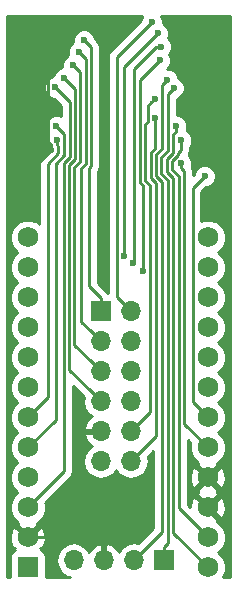
<source format=gbr>
G04 #@! TF.FileFunction,Copper,L2,Bot,Signal*
%FSLAX46Y46*%
G04 Gerber Fmt 4.6, Leading zero omitted, Abs format (unit mm)*
G04 Created by KiCad (PCBNEW 4.0.7) date 09/17/18 10:08:34*
%MOMM*%
%LPD*%
G01*
G04 APERTURE LIST*
%ADD10C,0.100000*%
%ADD11R,1.752600X1.752600*%
%ADD12C,1.752600*%
%ADD13R,1.700000X1.700000*%
%ADD14O,1.700000X1.700000*%
%ADD15C,0.600000*%
%ADD16C,0.250000*%
%ADD17C,0.254000*%
G04 APERTURE END LIST*
D10*
D11*
X140881100Y-117449600D03*
D12*
X140881100Y-114909600D03*
X140881100Y-112369600D03*
X140881100Y-109829600D03*
X140881100Y-107289600D03*
X140881100Y-104749600D03*
X140881100Y-102209600D03*
X140881100Y-99669600D03*
X140881100Y-97129600D03*
X140881100Y-94589600D03*
X140881100Y-92049600D03*
X140881100Y-89509600D03*
X156121100Y-89509600D03*
X156121100Y-92049600D03*
X156121100Y-94589600D03*
X156121100Y-97129600D03*
X156121100Y-99669600D03*
X156121100Y-102209600D03*
X156121100Y-104749600D03*
X156121100Y-107289600D03*
X156121100Y-109829600D03*
X156121100Y-112369600D03*
X156121100Y-114909600D03*
X156121100Y-117449600D03*
D13*
X147066000Y-95758000D03*
D14*
X149606000Y-95758000D03*
X147066000Y-98298000D03*
X149606000Y-98298000D03*
X147066000Y-100838000D03*
X149606000Y-100838000D03*
X147066000Y-103378000D03*
X149606000Y-103378000D03*
X147066000Y-105918000D03*
X149606000Y-105918000D03*
X147066000Y-108458000D03*
X149606000Y-108458000D03*
D13*
X152400000Y-116840000D03*
D14*
X149860000Y-116840000D03*
X147320000Y-116840000D03*
X144780000Y-116840000D03*
D15*
X153263600Y-76860400D03*
X152704800Y-76149200D03*
X143103600Y-71424800D03*
X142849600Y-82092800D03*
X153466800Y-80111600D03*
X151649013Y-79400400D03*
X144729200Y-74930000D03*
X143967200Y-76047600D03*
X143205200Y-76809600D03*
X143306800Y-80111600D03*
X145643600Y-72796400D03*
X143357600Y-81229200D03*
X145186400Y-73812400D03*
X151892000Y-72186800D03*
X149030021Y-91059000D03*
X155854400Y-84328000D03*
X153859569Y-83193530D03*
X153873200Y-81280000D03*
X151649013Y-77774800D03*
X152044400Y-74523600D03*
X150622008Y-92329000D03*
X152146000Y-73355200D03*
X149770999Y-91689417D03*
X151384000Y-71272400D03*
D16*
X152724034Y-77399966D02*
X152963601Y-77160399D01*
X152963601Y-77160399D02*
X153263600Y-76860400D01*
X152400000Y-116840000D02*
X152400000Y-115740000D01*
X152195776Y-82689998D02*
X152724033Y-82161742D01*
X152724034Y-84665459D02*
X152195776Y-84137202D01*
X152724033Y-82161742D02*
X152724034Y-77399966D01*
X152195776Y-84137202D02*
X152195776Y-82689998D01*
X152400000Y-115740000D02*
X152724034Y-115415966D01*
X152724034Y-115415966D02*
X152724034Y-84665459D01*
X151745765Y-84323602D02*
X152274023Y-84851860D01*
X150709999Y-115990001D02*
X149860000Y-116840000D01*
X151745765Y-82503598D02*
X151745765Y-84323602D01*
X152704800Y-76149200D02*
X152274023Y-76579977D01*
X152274023Y-76579977D02*
X152274023Y-81975341D01*
X152274023Y-114425977D02*
X150709999Y-115990001D01*
X152274023Y-81975341D02*
X151745765Y-82503598D01*
X152274023Y-84851860D02*
X152274023Y-114425977D01*
X142951200Y-71475600D02*
X143002000Y-71424800D01*
X143002000Y-71424800D02*
X143103600Y-71424800D01*
X142849600Y-82092800D02*
X142849600Y-81646202D01*
X142849600Y-81646202D02*
X142580199Y-81376801D01*
X142580199Y-81376801D02*
X142580199Y-71846601D01*
X142580199Y-71846601D02*
X142951200Y-71475600D01*
X139319000Y-85623400D02*
X142849600Y-82092800D01*
X139319000Y-86868000D02*
X139319000Y-85623400D01*
X140881100Y-114909600D02*
X140004801Y-114033301D01*
X140004801Y-114033301D02*
X140004801Y-113969801D01*
X140004801Y-113969801D02*
X139319000Y-113284000D01*
X139319000Y-113284000D02*
X139319000Y-86868000D01*
X147320000Y-116840000D02*
X147320000Y-115637919D01*
X147320000Y-115637919D02*
X146591681Y-114909600D01*
X146591681Y-114909600D02*
X142120375Y-114909600D01*
X142120375Y-114909600D02*
X140881100Y-114909600D01*
X152645787Y-82876398D02*
X153174044Y-82348141D01*
X153174045Y-114502545D02*
X153174045Y-84479060D01*
X152645787Y-83950802D02*
X152645787Y-82876398D01*
X153174044Y-82348141D02*
X153174044Y-82320699D01*
X156121100Y-117449600D02*
X153174045Y-114502545D01*
X153174045Y-84479060D02*
X152645787Y-83950802D01*
X153174044Y-80828620D02*
X153174044Y-82320699D01*
X153466800Y-80111600D02*
X153466800Y-80535864D01*
X153466800Y-80535864D02*
X153174044Y-80828620D01*
X153174044Y-82320699D02*
X153174045Y-82320699D01*
X149606000Y-108458000D02*
X151724190Y-106339810D01*
X151724190Y-84938437D02*
X151295754Y-84510002D01*
X151649013Y-79824664D02*
X151649013Y-79400400D01*
X151295754Y-82317198D02*
X151649013Y-81963940D01*
X151724190Y-106339810D02*
X151724190Y-84938437D01*
X151649013Y-81963940D02*
X151649013Y-79824664D01*
X151295754Y-84510002D02*
X151295754Y-82317198D01*
X144831824Y-98603824D02*
X146216001Y-99988001D01*
X146216001Y-99988001D02*
X147066000Y-100838000D01*
X144831824Y-83581223D02*
X144831824Y-98603824D01*
X145332634Y-75533434D02*
X145332634Y-83080413D01*
X144729200Y-74930000D02*
X145332634Y-75533434D01*
X145332634Y-83080413D02*
X144831824Y-83581223D01*
X146216001Y-102528001D02*
X147066000Y-103378000D01*
X144381813Y-100693813D02*
X146216001Y-102528001D01*
X144381813Y-83394823D02*
X144381813Y-100693813D01*
X144882623Y-76963023D02*
X144882623Y-82894013D01*
X143967200Y-76047600D02*
X144882623Y-76963023D01*
X144882623Y-82894013D02*
X144381813Y-83394823D01*
X141757399Y-111493301D02*
X140881100Y-112369600D01*
X143931802Y-109318898D02*
X141757399Y-111493301D01*
X143205200Y-76809600D02*
X144432612Y-78037012D01*
X144432612Y-82707613D02*
X143931802Y-83208423D01*
X143931802Y-83208423D02*
X143931802Y-109318898D01*
X144432612Y-78037012D02*
X144432612Y-82707613D01*
X143982601Y-82521214D02*
X143982601Y-80787401D01*
X143236012Y-104934688D02*
X143236012Y-83267803D01*
X140881100Y-107289600D02*
X143236012Y-104934688D01*
X143236012Y-83267803D02*
X143982601Y-82521214D01*
X143606799Y-80411599D02*
X143306800Y-80111600D01*
X143982601Y-80787401D02*
X143606799Y-80411599D01*
X146232656Y-73385456D02*
X146232656Y-83453214D01*
X147066000Y-94658000D02*
X147066000Y-95758000D01*
X146050000Y-93642000D02*
X147066000Y-94658000D01*
X146050000Y-83635870D02*
X146050000Y-93642000D01*
X146232656Y-83453214D02*
X146050000Y-83635870D01*
X145643600Y-72796400D02*
X146232656Y-73385456D01*
X141757399Y-103873301D02*
X140881100Y-104749600D01*
X142611010Y-83256394D02*
X142611010Y-103019690D01*
X143474602Y-82392802D02*
X142611010Y-83256394D01*
X143357600Y-81653464D02*
X143474602Y-81770466D01*
X143357600Y-81229200D02*
X143357600Y-81653464D01*
X143474602Y-81770466D02*
X143474602Y-82392802D01*
X142611010Y-103019690D02*
X141757399Y-103873301D01*
X145415000Y-83634458D02*
X145415000Y-96647000D01*
X145415000Y-96647000D02*
X146216001Y-97448001D01*
X146216001Y-97448001D02*
X147066000Y-98298000D01*
X145782645Y-74408645D02*
X145782645Y-83266813D01*
X145186400Y-73812400D02*
X145782645Y-74408645D01*
X145782645Y-83266813D02*
X145415000Y-83634458D01*
X149030021Y-75116021D02*
X149030021Y-75048779D01*
X149030021Y-75048779D02*
X151892000Y-72186800D01*
X149030021Y-90634736D02*
X149030021Y-91059000D01*
X149030021Y-75116021D02*
X149030021Y-90634736D01*
X156121100Y-104749600D02*
X154832867Y-103461367D01*
X154832867Y-103461367D02*
X154832867Y-85349533D01*
X154832867Y-85349533D02*
X155854400Y-84328000D01*
X153859569Y-83617794D02*
X153859569Y-83193530D01*
X154120011Y-105288511D02*
X154120011Y-83878236D01*
X156121100Y-107289600D02*
X154120011Y-105288511D01*
X154120011Y-83878236D02*
X153859569Y-83617794D01*
X156121100Y-114909600D02*
X153660010Y-112448510D01*
X153624053Y-82341947D02*
X153873200Y-82092800D01*
X153095798Y-83764402D02*
X153095798Y-83062797D01*
X153660010Y-112448510D02*
X153660010Y-84328614D01*
X153660010Y-84328614D02*
X153095798Y-83764402D01*
X153095798Y-83062797D02*
X153624053Y-82534542D01*
X153624053Y-82534542D02*
X153624053Y-82341947D01*
X153873200Y-82092800D02*
X153873200Y-81704264D01*
X153873200Y-81704264D02*
X153873200Y-81280000D01*
X151349014Y-78074799D02*
X151649013Y-77774800D01*
X151251589Y-85102248D02*
X150845743Y-84696402D01*
X149606000Y-105918000D02*
X151251589Y-104272411D01*
X151251589Y-104272411D02*
X151251589Y-85102248D01*
X151024012Y-78399801D02*
X151349014Y-78074799D01*
X151024012Y-79700401D02*
X151024012Y-78399801D01*
X150845743Y-84696402D02*
X150845743Y-79878670D01*
X150845743Y-79878670D02*
X151024012Y-79700401D01*
X150622008Y-91904736D02*
X150622008Y-92329000D01*
X150395732Y-84882802D02*
X150622008Y-85109078D01*
X152044400Y-74523600D02*
X150395732Y-76172268D01*
X150395732Y-76172268D02*
X150395732Y-84882802D01*
X150622008Y-85109078D02*
X150622008Y-91904736D01*
X152146000Y-73355200D02*
X151721736Y-73355200D01*
X151721736Y-73355200D02*
X149860000Y-75216936D01*
X149860000Y-75216936D02*
X149860000Y-91600416D01*
X149860000Y-91600416D02*
X149770999Y-91689417D01*
X151384000Y-71272400D02*
X148430411Y-74225989D01*
X148430411Y-74225989D02*
X148405011Y-74225989D01*
X148405011Y-94557011D02*
X148405011Y-74225989D01*
X149606000Y-95758000D02*
X148405011Y-94557011D01*
D17*
G36*
X150591808Y-70742073D02*
X150449162Y-71085601D01*
X150449121Y-71132477D01*
X147944157Y-73637441D01*
X147867610Y-73688588D01*
X147702863Y-73935150D01*
X147645011Y-74225989D01*
X147645011Y-94182873D01*
X147603401Y-94120599D01*
X146810000Y-93327198D01*
X146810000Y-83930836D01*
X146934804Y-83744053D01*
X146992656Y-83453214D01*
X146992656Y-73385456D01*
X146934804Y-73094617D01*
X146770057Y-72848055D01*
X146578722Y-72656720D01*
X146578762Y-72611233D01*
X146436717Y-72267457D01*
X146173927Y-72004208D01*
X145830399Y-71861562D01*
X145458433Y-71861238D01*
X145114657Y-72003283D01*
X144851408Y-72266073D01*
X144708762Y-72609601D01*
X144708438Y-72981567D01*
X144714315Y-72995790D01*
X144657457Y-73019283D01*
X144394208Y-73282073D01*
X144251562Y-73625601D01*
X144251238Y-73997567D01*
X144292973Y-74098574D01*
X144200257Y-74136883D01*
X143937008Y-74399673D01*
X143794362Y-74743201D01*
X143794040Y-75112448D01*
X143782033Y-75112438D01*
X143438257Y-75254483D01*
X143175008Y-75517273D01*
X143032362Y-75860801D01*
X143032350Y-75874449D01*
X143020033Y-75874438D01*
X142676257Y-76016483D01*
X142413008Y-76279273D01*
X142270362Y-76622801D01*
X142270038Y-76994767D01*
X142412083Y-77338543D01*
X142674873Y-77601792D01*
X143018401Y-77744438D01*
X143065277Y-77744479D01*
X143672612Y-78351814D01*
X143672612Y-79251095D01*
X143493599Y-79176762D01*
X143121633Y-79176438D01*
X142777857Y-79318483D01*
X142514608Y-79581273D01*
X142371962Y-79924801D01*
X142371638Y-80296767D01*
X142513683Y-80640543D01*
X142568665Y-80695621D01*
X142565408Y-80698873D01*
X142422762Y-81042401D01*
X142422438Y-81414367D01*
X142564483Y-81758143D01*
X142631845Y-81825622D01*
X142655452Y-81944303D01*
X142714602Y-82032827D01*
X142714602Y-82078000D01*
X142073609Y-82718993D01*
X141908862Y-82965555D01*
X141851010Y-83256394D01*
X141851010Y-88342036D01*
X141738300Y-88229129D01*
X141183035Y-87998563D01*
X140581803Y-87998038D01*
X140026136Y-88227635D01*
X139600629Y-88652400D01*
X139370063Y-89207665D01*
X139369538Y-89808897D01*
X139599135Y-90364564D01*
X140013798Y-90779951D01*
X139600629Y-91192400D01*
X139370063Y-91747665D01*
X139369538Y-92348897D01*
X139599135Y-92904564D01*
X140013798Y-93319951D01*
X139600629Y-93732400D01*
X139370063Y-94287665D01*
X139369538Y-94888897D01*
X139599135Y-95444564D01*
X140013798Y-95859951D01*
X139600629Y-96272400D01*
X139370063Y-96827665D01*
X139369538Y-97428897D01*
X139599135Y-97984564D01*
X140013798Y-98399951D01*
X139600629Y-98812400D01*
X139370063Y-99367665D01*
X139369538Y-99968897D01*
X139599135Y-100524564D01*
X140013798Y-100939951D01*
X139600629Y-101352400D01*
X139370063Y-101907665D01*
X139369538Y-102508897D01*
X139599135Y-103064564D01*
X140013798Y-103479951D01*
X139600629Y-103892400D01*
X139370063Y-104447665D01*
X139369538Y-105048897D01*
X139599135Y-105604564D01*
X140013798Y-106019951D01*
X139600629Y-106432400D01*
X139370063Y-106987665D01*
X139369538Y-107588897D01*
X139599135Y-108144564D01*
X140013798Y-108559951D01*
X139600629Y-108972400D01*
X139370063Y-109527665D01*
X139369538Y-110128897D01*
X139599135Y-110684564D01*
X140013798Y-111099951D01*
X139600629Y-111512400D01*
X139370063Y-112067665D01*
X139369538Y-112668897D01*
X139599135Y-113224564D01*
X140023900Y-113650071D01*
X140057692Y-113664103D01*
X139997704Y-113846599D01*
X140881100Y-114729995D01*
X141764496Y-113846599D01*
X141704653Y-113664544D01*
X141736064Y-113651565D01*
X142161571Y-113226800D01*
X142392137Y-112671535D01*
X142392662Y-112070303D01*
X142352470Y-111973032D01*
X144469203Y-109856299D01*
X144633950Y-109609738D01*
X144691802Y-109318898D01*
X144691802Y-102078604D01*
X145624790Y-103011592D01*
X145551907Y-103378000D01*
X145664946Y-103946285D01*
X145986853Y-104428054D01*
X146327553Y-104655702D01*
X146184642Y-104722817D01*
X145794355Y-105151076D01*
X145624524Y-105561110D01*
X145745845Y-105791000D01*
X146939000Y-105791000D01*
X146939000Y-105771000D01*
X147193000Y-105771000D01*
X147193000Y-105791000D01*
X147213000Y-105791000D01*
X147213000Y-106045000D01*
X147193000Y-106045000D01*
X147193000Y-106065000D01*
X146939000Y-106065000D01*
X146939000Y-106045000D01*
X145745845Y-106045000D01*
X145624524Y-106274890D01*
X145794355Y-106684924D01*
X146184642Y-107113183D01*
X146327553Y-107180298D01*
X145986853Y-107407946D01*
X145664946Y-107889715D01*
X145551907Y-108458000D01*
X145664946Y-109026285D01*
X145986853Y-109508054D01*
X146468622Y-109829961D01*
X147036907Y-109943000D01*
X147095093Y-109943000D01*
X147663378Y-109829961D01*
X148145147Y-109508054D01*
X148336000Y-109222422D01*
X148526853Y-109508054D01*
X149008622Y-109829961D01*
X149576907Y-109943000D01*
X149635093Y-109943000D01*
X150203378Y-109829961D01*
X150685147Y-109508054D01*
X151007054Y-109026285D01*
X151120093Y-108458000D01*
X151047210Y-108091592D01*
X151514023Y-107624779D01*
X151514023Y-114111175D01*
X150226408Y-115398790D01*
X149860000Y-115325907D01*
X149291715Y-115438946D01*
X148809946Y-115760853D01*
X148582298Y-116101553D01*
X148515183Y-115958642D01*
X148086924Y-115568355D01*
X147676890Y-115398524D01*
X147447000Y-115519845D01*
X147447000Y-116713000D01*
X147467000Y-116713000D01*
X147467000Y-116967000D01*
X147447000Y-116967000D01*
X147447000Y-116987000D01*
X147193000Y-116987000D01*
X147193000Y-116967000D01*
X147173000Y-116967000D01*
X147173000Y-116713000D01*
X147193000Y-116713000D01*
X147193000Y-115519845D01*
X146963110Y-115398524D01*
X146553076Y-115568355D01*
X146124817Y-115958642D01*
X146057702Y-116101553D01*
X145830054Y-115760853D01*
X145348285Y-115438946D01*
X144780000Y-115325907D01*
X144211715Y-115438946D01*
X143729946Y-115760853D01*
X143408039Y-116242622D01*
X143295000Y-116810907D01*
X143295000Y-116869093D01*
X143408039Y-117437378D01*
X143729946Y-117919147D01*
X144211715Y-118241054D01*
X144452756Y-118289000D01*
X142404840Y-118289000D01*
X142404840Y-116573300D01*
X142360562Y-116337983D01*
X142221490Y-116121859D01*
X142009290Y-115976869D01*
X141992820Y-115973534D01*
X142058731Y-115907623D01*
X141944103Y-115792995D01*
X142198127Y-115709496D01*
X142403982Y-115144603D01*
X142377991Y-114543932D01*
X142198127Y-114109704D01*
X141944101Y-114026204D01*
X141060705Y-114909600D01*
X141074848Y-114923743D01*
X140895243Y-115103348D01*
X140881100Y-115089205D01*
X140866958Y-115103348D01*
X140687353Y-114923743D01*
X140701495Y-114909600D01*
X139818099Y-114026204D01*
X139564073Y-114109704D01*
X139358218Y-114674597D01*
X139384209Y-115275268D01*
X139564073Y-115709496D01*
X139818097Y-115792995D01*
X139703469Y-115907623D01*
X139767354Y-115971508D01*
X139553359Y-116109210D01*
X139408369Y-116321410D01*
X139357360Y-116573300D01*
X139357360Y-118289000D01*
X139140000Y-118289000D01*
X139140000Y-70739000D01*
X150594886Y-70739000D01*
X150591808Y-70742073D01*
X150591808Y-70742073D01*
G37*
X150591808Y-70742073D02*
X150449162Y-71085601D01*
X150449121Y-71132477D01*
X147944157Y-73637441D01*
X147867610Y-73688588D01*
X147702863Y-73935150D01*
X147645011Y-74225989D01*
X147645011Y-94182873D01*
X147603401Y-94120599D01*
X146810000Y-93327198D01*
X146810000Y-83930836D01*
X146934804Y-83744053D01*
X146992656Y-83453214D01*
X146992656Y-73385456D01*
X146934804Y-73094617D01*
X146770057Y-72848055D01*
X146578722Y-72656720D01*
X146578762Y-72611233D01*
X146436717Y-72267457D01*
X146173927Y-72004208D01*
X145830399Y-71861562D01*
X145458433Y-71861238D01*
X145114657Y-72003283D01*
X144851408Y-72266073D01*
X144708762Y-72609601D01*
X144708438Y-72981567D01*
X144714315Y-72995790D01*
X144657457Y-73019283D01*
X144394208Y-73282073D01*
X144251562Y-73625601D01*
X144251238Y-73997567D01*
X144292973Y-74098574D01*
X144200257Y-74136883D01*
X143937008Y-74399673D01*
X143794362Y-74743201D01*
X143794040Y-75112448D01*
X143782033Y-75112438D01*
X143438257Y-75254483D01*
X143175008Y-75517273D01*
X143032362Y-75860801D01*
X143032350Y-75874449D01*
X143020033Y-75874438D01*
X142676257Y-76016483D01*
X142413008Y-76279273D01*
X142270362Y-76622801D01*
X142270038Y-76994767D01*
X142412083Y-77338543D01*
X142674873Y-77601792D01*
X143018401Y-77744438D01*
X143065277Y-77744479D01*
X143672612Y-78351814D01*
X143672612Y-79251095D01*
X143493599Y-79176762D01*
X143121633Y-79176438D01*
X142777857Y-79318483D01*
X142514608Y-79581273D01*
X142371962Y-79924801D01*
X142371638Y-80296767D01*
X142513683Y-80640543D01*
X142568665Y-80695621D01*
X142565408Y-80698873D01*
X142422762Y-81042401D01*
X142422438Y-81414367D01*
X142564483Y-81758143D01*
X142631845Y-81825622D01*
X142655452Y-81944303D01*
X142714602Y-82032827D01*
X142714602Y-82078000D01*
X142073609Y-82718993D01*
X141908862Y-82965555D01*
X141851010Y-83256394D01*
X141851010Y-88342036D01*
X141738300Y-88229129D01*
X141183035Y-87998563D01*
X140581803Y-87998038D01*
X140026136Y-88227635D01*
X139600629Y-88652400D01*
X139370063Y-89207665D01*
X139369538Y-89808897D01*
X139599135Y-90364564D01*
X140013798Y-90779951D01*
X139600629Y-91192400D01*
X139370063Y-91747665D01*
X139369538Y-92348897D01*
X139599135Y-92904564D01*
X140013798Y-93319951D01*
X139600629Y-93732400D01*
X139370063Y-94287665D01*
X139369538Y-94888897D01*
X139599135Y-95444564D01*
X140013798Y-95859951D01*
X139600629Y-96272400D01*
X139370063Y-96827665D01*
X139369538Y-97428897D01*
X139599135Y-97984564D01*
X140013798Y-98399951D01*
X139600629Y-98812400D01*
X139370063Y-99367665D01*
X139369538Y-99968897D01*
X139599135Y-100524564D01*
X140013798Y-100939951D01*
X139600629Y-101352400D01*
X139370063Y-101907665D01*
X139369538Y-102508897D01*
X139599135Y-103064564D01*
X140013798Y-103479951D01*
X139600629Y-103892400D01*
X139370063Y-104447665D01*
X139369538Y-105048897D01*
X139599135Y-105604564D01*
X140013798Y-106019951D01*
X139600629Y-106432400D01*
X139370063Y-106987665D01*
X139369538Y-107588897D01*
X139599135Y-108144564D01*
X140013798Y-108559951D01*
X139600629Y-108972400D01*
X139370063Y-109527665D01*
X139369538Y-110128897D01*
X139599135Y-110684564D01*
X140013798Y-111099951D01*
X139600629Y-111512400D01*
X139370063Y-112067665D01*
X139369538Y-112668897D01*
X139599135Y-113224564D01*
X140023900Y-113650071D01*
X140057692Y-113664103D01*
X139997704Y-113846599D01*
X140881100Y-114729995D01*
X141764496Y-113846599D01*
X141704653Y-113664544D01*
X141736064Y-113651565D01*
X142161571Y-113226800D01*
X142392137Y-112671535D01*
X142392662Y-112070303D01*
X142352470Y-111973032D01*
X144469203Y-109856299D01*
X144633950Y-109609738D01*
X144691802Y-109318898D01*
X144691802Y-102078604D01*
X145624790Y-103011592D01*
X145551907Y-103378000D01*
X145664946Y-103946285D01*
X145986853Y-104428054D01*
X146327553Y-104655702D01*
X146184642Y-104722817D01*
X145794355Y-105151076D01*
X145624524Y-105561110D01*
X145745845Y-105791000D01*
X146939000Y-105791000D01*
X146939000Y-105771000D01*
X147193000Y-105771000D01*
X147193000Y-105791000D01*
X147213000Y-105791000D01*
X147213000Y-106045000D01*
X147193000Y-106045000D01*
X147193000Y-106065000D01*
X146939000Y-106065000D01*
X146939000Y-106045000D01*
X145745845Y-106045000D01*
X145624524Y-106274890D01*
X145794355Y-106684924D01*
X146184642Y-107113183D01*
X146327553Y-107180298D01*
X145986853Y-107407946D01*
X145664946Y-107889715D01*
X145551907Y-108458000D01*
X145664946Y-109026285D01*
X145986853Y-109508054D01*
X146468622Y-109829961D01*
X147036907Y-109943000D01*
X147095093Y-109943000D01*
X147663378Y-109829961D01*
X148145147Y-109508054D01*
X148336000Y-109222422D01*
X148526853Y-109508054D01*
X149008622Y-109829961D01*
X149576907Y-109943000D01*
X149635093Y-109943000D01*
X150203378Y-109829961D01*
X150685147Y-109508054D01*
X151007054Y-109026285D01*
X151120093Y-108458000D01*
X151047210Y-108091592D01*
X151514023Y-107624779D01*
X151514023Y-114111175D01*
X150226408Y-115398790D01*
X149860000Y-115325907D01*
X149291715Y-115438946D01*
X148809946Y-115760853D01*
X148582298Y-116101553D01*
X148515183Y-115958642D01*
X148086924Y-115568355D01*
X147676890Y-115398524D01*
X147447000Y-115519845D01*
X147447000Y-116713000D01*
X147467000Y-116713000D01*
X147467000Y-116967000D01*
X147447000Y-116967000D01*
X147447000Y-116987000D01*
X147193000Y-116987000D01*
X147193000Y-116967000D01*
X147173000Y-116967000D01*
X147173000Y-116713000D01*
X147193000Y-116713000D01*
X147193000Y-115519845D01*
X146963110Y-115398524D01*
X146553076Y-115568355D01*
X146124817Y-115958642D01*
X146057702Y-116101553D01*
X145830054Y-115760853D01*
X145348285Y-115438946D01*
X144780000Y-115325907D01*
X144211715Y-115438946D01*
X143729946Y-115760853D01*
X143408039Y-116242622D01*
X143295000Y-116810907D01*
X143295000Y-116869093D01*
X143408039Y-117437378D01*
X143729946Y-117919147D01*
X144211715Y-118241054D01*
X144452756Y-118289000D01*
X142404840Y-118289000D01*
X142404840Y-116573300D01*
X142360562Y-116337983D01*
X142221490Y-116121859D01*
X142009290Y-115976869D01*
X141992820Y-115973534D01*
X142058731Y-115907623D01*
X141944103Y-115792995D01*
X142198127Y-115709496D01*
X142403982Y-115144603D01*
X142377991Y-114543932D01*
X142198127Y-114109704D01*
X141944101Y-114026204D01*
X141060705Y-114909600D01*
X141074848Y-114923743D01*
X140895243Y-115103348D01*
X140881100Y-115089205D01*
X140866958Y-115103348D01*
X140687353Y-114923743D01*
X140701495Y-114909600D01*
X139818099Y-114026204D01*
X139564073Y-114109704D01*
X139358218Y-114674597D01*
X139384209Y-115275268D01*
X139564073Y-115709496D01*
X139818097Y-115792995D01*
X139703469Y-115907623D01*
X139767354Y-115971508D01*
X139553359Y-116109210D01*
X139408369Y-116321410D01*
X139357360Y-116573300D01*
X139357360Y-118289000D01*
X139140000Y-118289000D01*
X139140000Y-70739000D01*
X150594886Y-70739000D01*
X150591808Y-70742073D01*
G36*
X158040000Y-118289000D02*
X157408962Y-118289000D01*
X157632137Y-117751535D01*
X157632662Y-117150303D01*
X157403065Y-116594636D01*
X156988402Y-116179249D01*
X157401571Y-115766800D01*
X157632137Y-115211535D01*
X157632662Y-114610303D01*
X157403065Y-114054636D01*
X156978300Y-113629129D01*
X156944508Y-113615097D01*
X157004496Y-113432601D01*
X156121100Y-112549205D01*
X156106958Y-112563348D01*
X155927353Y-112383743D01*
X155941495Y-112369600D01*
X156300705Y-112369600D01*
X157184101Y-113252996D01*
X157438127Y-113169496D01*
X157643982Y-112604603D01*
X157617991Y-112003932D01*
X157438127Y-111569704D01*
X157184101Y-111486204D01*
X156300705Y-112369600D01*
X155941495Y-112369600D01*
X155058099Y-111486204D01*
X154804073Y-111569704D01*
X154598218Y-112134597D01*
X154606238Y-112319936D01*
X154420010Y-112133708D01*
X154420010Y-110892601D01*
X155237704Y-110892601D01*
X155305746Y-111099600D01*
X155237704Y-111306599D01*
X156121100Y-112189995D01*
X157004496Y-111306599D01*
X156936454Y-111099600D01*
X157004496Y-110892601D01*
X156121100Y-110009205D01*
X155237704Y-110892601D01*
X154420010Y-110892601D01*
X154420010Y-109594597D01*
X154598218Y-109594597D01*
X154624209Y-110195268D01*
X154804073Y-110629496D01*
X155058099Y-110712996D01*
X155941495Y-109829600D01*
X156300705Y-109829600D01*
X157184101Y-110712996D01*
X157438127Y-110629496D01*
X157643982Y-110064603D01*
X157617991Y-109463932D01*
X157438127Y-109029704D01*
X157184101Y-108946204D01*
X156300705Y-109829600D01*
X155941495Y-109829600D01*
X155058099Y-108946204D01*
X154804073Y-109029704D01*
X154598218Y-109594597D01*
X154420010Y-109594597D01*
X154420010Y-106663312D01*
X154649467Y-106892769D01*
X154610063Y-106987665D01*
X154609538Y-107588897D01*
X154839135Y-108144564D01*
X155263900Y-108570071D01*
X155297692Y-108584103D01*
X155237704Y-108766599D01*
X156121100Y-109649995D01*
X157004496Y-108766599D01*
X156944653Y-108584544D01*
X156976064Y-108571565D01*
X157401571Y-108146800D01*
X157632137Y-107591535D01*
X157632662Y-106990303D01*
X157403065Y-106434636D01*
X156988402Y-106019249D01*
X157401571Y-105606800D01*
X157632137Y-105051535D01*
X157632662Y-104450303D01*
X157403065Y-103894636D01*
X156988402Y-103479249D01*
X157401571Y-103066800D01*
X157632137Y-102511535D01*
X157632662Y-101910303D01*
X157403065Y-101354636D01*
X156988402Y-100939249D01*
X157401571Y-100526800D01*
X157632137Y-99971535D01*
X157632662Y-99370303D01*
X157403065Y-98814636D01*
X156988402Y-98399249D01*
X157401571Y-97986800D01*
X157632137Y-97431535D01*
X157632662Y-96830303D01*
X157403065Y-96274636D01*
X156988402Y-95859249D01*
X157401571Y-95446800D01*
X157632137Y-94891535D01*
X157632662Y-94290303D01*
X157403065Y-93734636D01*
X156988402Y-93319249D01*
X157401571Y-92906800D01*
X157632137Y-92351535D01*
X157632662Y-91750303D01*
X157403065Y-91194636D01*
X156988402Y-90779249D01*
X157401571Y-90366800D01*
X157632137Y-89811535D01*
X157632662Y-89210303D01*
X157403065Y-88654636D01*
X156978300Y-88229129D01*
X156423035Y-87998563D01*
X155821803Y-87998038D01*
X155592867Y-88092632D01*
X155592867Y-85664335D01*
X155994080Y-85263122D01*
X156039567Y-85263162D01*
X156383343Y-85121117D01*
X156646592Y-84858327D01*
X156789238Y-84514799D01*
X156789562Y-84142833D01*
X156647517Y-83799057D01*
X156384727Y-83535808D01*
X156041199Y-83393162D01*
X155669233Y-83392838D01*
X155325457Y-83534883D01*
X155062208Y-83797673D01*
X154919562Y-84141201D01*
X154919521Y-84188077D01*
X154880011Y-84227587D01*
X154880011Y-83878236D01*
X154822159Y-83587397D01*
X154752015Y-83482419D01*
X154794407Y-83380329D01*
X154794731Y-83008363D01*
X154652686Y-82664587D01*
X154493904Y-82505528D01*
X154575348Y-82383639D01*
X154633200Y-82092800D01*
X154633200Y-81842463D01*
X154665392Y-81810327D01*
X154808038Y-81466799D01*
X154808362Y-81094833D01*
X154666317Y-80751057D01*
X154403527Y-80487808D01*
X154334833Y-80459283D01*
X154401638Y-80298399D01*
X154401962Y-79926433D01*
X154259917Y-79582657D01*
X153997127Y-79319408D01*
X153653599Y-79176762D01*
X153484034Y-79176614D01*
X153484034Y-77780990D01*
X153792543Y-77653517D01*
X154055792Y-77390727D01*
X154198438Y-77047199D01*
X154198762Y-76675233D01*
X154056717Y-76331457D01*
X153793927Y-76068208D01*
X153639927Y-76004261D01*
X153639962Y-75964033D01*
X153497917Y-75620257D01*
X153235127Y-75357008D01*
X152891599Y-75214362D01*
X152676065Y-75214174D01*
X152836592Y-75053927D01*
X152979238Y-74710399D01*
X152979562Y-74338433D01*
X152837517Y-73994657D01*
X152833202Y-73990334D01*
X152938192Y-73885527D01*
X153080838Y-73541999D01*
X153081162Y-73170033D01*
X152939117Y-72826257D01*
X152727078Y-72613847D01*
X152826838Y-72373599D01*
X152827162Y-72001633D01*
X152685117Y-71657857D01*
X152422327Y-71394608D01*
X152318932Y-71351674D01*
X152319162Y-71087233D01*
X152177117Y-70743457D01*
X152172668Y-70739000D01*
X158040000Y-70739000D01*
X158040000Y-118289000D01*
X158040000Y-118289000D01*
G37*
X158040000Y-118289000D02*
X157408962Y-118289000D01*
X157632137Y-117751535D01*
X157632662Y-117150303D01*
X157403065Y-116594636D01*
X156988402Y-116179249D01*
X157401571Y-115766800D01*
X157632137Y-115211535D01*
X157632662Y-114610303D01*
X157403065Y-114054636D01*
X156978300Y-113629129D01*
X156944508Y-113615097D01*
X157004496Y-113432601D01*
X156121100Y-112549205D01*
X156106958Y-112563348D01*
X155927353Y-112383743D01*
X155941495Y-112369600D01*
X156300705Y-112369600D01*
X157184101Y-113252996D01*
X157438127Y-113169496D01*
X157643982Y-112604603D01*
X157617991Y-112003932D01*
X157438127Y-111569704D01*
X157184101Y-111486204D01*
X156300705Y-112369600D01*
X155941495Y-112369600D01*
X155058099Y-111486204D01*
X154804073Y-111569704D01*
X154598218Y-112134597D01*
X154606238Y-112319936D01*
X154420010Y-112133708D01*
X154420010Y-110892601D01*
X155237704Y-110892601D01*
X155305746Y-111099600D01*
X155237704Y-111306599D01*
X156121100Y-112189995D01*
X157004496Y-111306599D01*
X156936454Y-111099600D01*
X157004496Y-110892601D01*
X156121100Y-110009205D01*
X155237704Y-110892601D01*
X154420010Y-110892601D01*
X154420010Y-109594597D01*
X154598218Y-109594597D01*
X154624209Y-110195268D01*
X154804073Y-110629496D01*
X155058099Y-110712996D01*
X155941495Y-109829600D01*
X156300705Y-109829600D01*
X157184101Y-110712996D01*
X157438127Y-110629496D01*
X157643982Y-110064603D01*
X157617991Y-109463932D01*
X157438127Y-109029704D01*
X157184101Y-108946204D01*
X156300705Y-109829600D01*
X155941495Y-109829600D01*
X155058099Y-108946204D01*
X154804073Y-109029704D01*
X154598218Y-109594597D01*
X154420010Y-109594597D01*
X154420010Y-106663312D01*
X154649467Y-106892769D01*
X154610063Y-106987665D01*
X154609538Y-107588897D01*
X154839135Y-108144564D01*
X155263900Y-108570071D01*
X155297692Y-108584103D01*
X155237704Y-108766599D01*
X156121100Y-109649995D01*
X157004496Y-108766599D01*
X156944653Y-108584544D01*
X156976064Y-108571565D01*
X157401571Y-108146800D01*
X157632137Y-107591535D01*
X157632662Y-106990303D01*
X157403065Y-106434636D01*
X156988402Y-106019249D01*
X157401571Y-105606800D01*
X157632137Y-105051535D01*
X157632662Y-104450303D01*
X157403065Y-103894636D01*
X156988402Y-103479249D01*
X157401571Y-103066800D01*
X157632137Y-102511535D01*
X157632662Y-101910303D01*
X157403065Y-101354636D01*
X156988402Y-100939249D01*
X157401571Y-100526800D01*
X157632137Y-99971535D01*
X157632662Y-99370303D01*
X157403065Y-98814636D01*
X156988402Y-98399249D01*
X157401571Y-97986800D01*
X157632137Y-97431535D01*
X157632662Y-96830303D01*
X157403065Y-96274636D01*
X156988402Y-95859249D01*
X157401571Y-95446800D01*
X157632137Y-94891535D01*
X157632662Y-94290303D01*
X157403065Y-93734636D01*
X156988402Y-93319249D01*
X157401571Y-92906800D01*
X157632137Y-92351535D01*
X157632662Y-91750303D01*
X157403065Y-91194636D01*
X156988402Y-90779249D01*
X157401571Y-90366800D01*
X157632137Y-89811535D01*
X157632662Y-89210303D01*
X157403065Y-88654636D01*
X156978300Y-88229129D01*
X156423035Y-87998563D01*
X155821803Y-87998038D01*
X155592867Y-88092632D01*
X155592867Y-85664335D01*
X155994080Y-85263122D01*
X156039567Y-85263162D01*
X156383343Y-85121117D01*
X156646592Y-84858327D01*
X156789238Y-84514799D01*
X156789562Y-84142833D01*
X156647517Y-83799057D01*
X156384727Y-83535808D01*
X156041199Y-83393162D01*
X155669233Y-83392838D01*
X155325457Y-83534883D01*
X155062208Y-83797673D01*
X154919562Y-84141201D01*
X154919521Y-84188077D01*
X154880011Y-84227587D01*
X154880011Y-83878236D01*
X154822159Y-83587397D01*
X154752015Y-83482419D01*
X154794407Y-83380329D01*
X154794731Y-83008363D01*
X154652686Y-82664587D01*
X154493904Y-82505528D01*
X154575348Y-82383639D01*
X154633200Y-82092800D01*
X154633200Y-81842463D01*
X154665392Y-81810327D01*
X154808038Y-81466799D01*
X154808362Y-81094833D01*
X154666317Y-80751057D01*
X154403527Y-80487808D01*
X154334833Y-80459283D01*
X154401638Y-80298399D01*
X154401962Y-79926433D01*
X154259917Y-79582657D01*
X153997127Y-79319408D01*
X153653599Y-79176762D01*
X153484034Y-79176614D01*
X153484034Y-77780990D01*
X153792543Y-77653517D01*
X154055792Y-77390727D01*
X154198438Y-77047199D01*
X154198762Y-76675233D01*
X154056717Y-76331457D01*
X153793927Y-76068208D01*
X153639927Y-76004261D01*
X153639962Y-75964033D01*
X153497917Y-75620257D01*
X153235127Y-75357008D01*
X152891599Y-75214362D01*
X152676065Y-75214174D01*
X152836592Y-75053927D01*
X152979238Y-74710399D01*
X152979562Y-74338433D01*
X152837517Y-73994657D01*
X152833202Y-73990334D01*
X152938192Y-73885527D01*
X153080838Y-73541999D01*
X153081162Y-73170033D01*
X152939117Y-72826257D01*
X152727078Y-72613847D01*
X152826838Y-72373599D01*
X152827162Y-72001633D01*
X152685117Y-71657857D01*
X152422327Y-71394608D01*
X152318932Y-71351674D01*
X152319162Y-71087233D01*
X152177117Y-70743457D01*
X152172668Y-70739000D01*
X158040000Y-70739000D01*
X158040000Y-118289000D01*
M02*

</source>
